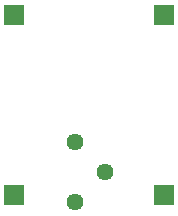
<source format=gbr>
%TF.GenerationSoftware,KiCad,Pcbnew,8.0.3*%
%TF.CreationDate,2024-07-23T13:34:38+02:00*%
%TF.ProjectId,TinyLDOP,54696e79-4c44-44f5-902e-6b696361645f,rev?*%
%TF.SameCoordinates,Original*%
%TF.FileFunction,Soldermask,Bot*%
%TF.FilePolarity,Negative*%
%FSLAX46Y46*%
G04 Gerber Fmt 4.6, Leading zero omitted, Abs format (unit mm)*
G04 Created by KiCad (PCBNEW 8.0.3) date 2024-07-23 13:34:38*
%MOMM*%
%LPD*%
G01*
G04 APERTURE LIST*
%ADD10C,1.440000*%
%ADD11R,1.700000X1.700000*%
G04 APERTURE END LIST*
D10*
%TO.C,RV1*%
X73705000Y-71770000D03*
X76245000Y-74310000D03*
X73705000Y-76850000D03*
%TD*%
D11*
%TO.C,J4*%
X81280000Y-76200000D03*
%TD*%
%TO.C,J2*%
X81280000Y-60960000D03*
%TD*%
%TO.C,J1*%
X68580000Y-60960000D03*
%TD*%
%TO.C,J3*%
X68580000Y-76200000D03*
%TD*%
M02*

</source>
